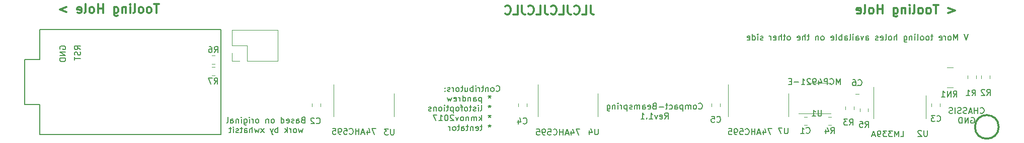
<source format=gbr>
G04 #@! TF.GenerationSoftware,KiCad,Pcbnew,5.1.6+dfsg1-1~bpo10+1*
G04 #@! TF.CreationDate,2020-08-19T09:24:11+03:00*
G04 #@! TF.ProjectId,CompactBeamspringP1,436f6d70-6163-4744-9265-616d73707269,0.0.3*
G04 #@! TF.SameCoordinates,PX66a9bd0PY78114e0*
G04 #@! TF.FileFunction,Legend,Bot*
G04 #@! TF.FilePolarity,Positive*
%FSLAX46Y46*%
G04 Gerber Fmt 4.6, Leading zero omitted, Abs format (unit mm)*
G04 Created by KiCad (PCBNEW 5.1.6+dfsg1-1~bpo10+1) date 2020-08-19 09:24:11*
%MOMM*%
%LPD*%
G01*
G04 APERTURE LIST*
%ADD10C,0.150000*%
%ADD11C,0.300000*%
%ADD12C,0.120000*%
G04 APERTURE END LIST*
D10*
X157242857Y17547620D02*
X156909523Y16547620D01*
X156576190Y17547620D01*
X155480952Y16547620D02*
X155480952Y17547620D01*
X155147619Y16833334D01*
X154814285Y17547620D01*
X154814285Y16547620D01*
X154195238Y16547620D02*
X154290476Y16595239D01*
X154338095Y16642858D01*
X154385714Y16738096D01*
X154385714Y17023810D01*
X154338095Y17119048D01*
X154290476Y17166667D01*
X154195238Y17214286D01*
X154052380Y17214286D01*
X153957142Y17166667D01*
X153909523Y17119048D01*
X153861904Y17023810D01*
X153861904Y16738096D01*
X153909523Y16642858D01*
X153957142Y16595239D01*
X154052380Y16547620D01*
X154195238Y16547620D01*
X153433333Y16547620D02*
X153433333Y17214286D01*
X153433333Y17023810D02*
X153385714Y17119048D01*
X153338095Y17166667D01*
X153242857Y17214286D01*
X153147619Y17214286D01*
X152433333Y16595239D02*
X152528571Y16547620D01*
X152719047Y16547620D01*
X152814285Y16595239D01*
X152861904Y16690477D01*
X152861904Y17071429D01*
X152814285Y17166667D01*
X152719047Y17214286D01*
X152528571Y17214286D01*
X152433333Y17166667D01*
X152385714Y17071429D01*
X152385714Y16976191D01*
X152861904Y16880953D01*
X151338095Y17214286D02*
X150957142Y17214286D01*
X151195238Y17547620D02*
X151195238Y16690477D01*
X151147619Y16595239D01*
X151052380Y16547620D01*
X150957142Y16547620D01*
X150480952Y16547620D02*
X150576190Y16595239D01*
X150623809Y16642858D01*
X150671428Y16738096D01*
X150671428Y17023810D01*
X150623809Y17119048D01*
X150576190Y17166667D01*
X150480952Y17214286D01*
X150338095Y17214286D01*
X150242857Y17166667D01*
X150195238Y17119048D01*
X150147619Y17023810D01*
X150147619Y16738096D01*
X150195238Y16642858D01*
X150242857Y16595239D01*
X150338095Y16547620D01*
X150480952Y16547620D01*
X149576190Y16547620D02*
X149671428Y16595239D01*
X149719047Y16642858D01*
X149766666Y16738096D01*
X149766666Y17023810D01*
X149719047Y17119048D01*
X149671428Y17166667D01*
X149576190Y17214286D01*
X149433333Y17214286D01*
X149338095Y17166667D01*
X149290476Y17119048D01*
X149242857Y17023810D01*
X149242857Y16738096D01*
X149290476Y16642858D01*
X149338095Y16595239D01*
X149433333Y16547620D01*
X149576190Y16547620D01*
X148671428Y16547620D02*
X148766666Y16595239D01*
X148814285Y16690477D01*
X148814285Y17547620D01*
X148290476Y16547620D02*
X148290476Y17214286D01*
X148290476Y17547620D02*
X148338095Y17500000D01*
X148290476Y17452381D01*
X148242857Y17500000D01*
X148290476Y17547620D01*
X148290476Y17452381D01*
X147814285Y17214286D02*
X147814285Y16547620D01*
X147814285Y17119048D02*
X147766666Y17166667D01*
X147671428Y17214286D01*
X147528571Y17214286D01*
X147433333Y17166667D01*
X147385714Y17071429D01*
X147385714Y16547620D01*
X146480952Y17214286D02*
X146480952Y16404762D01*
X146528571Y16309524D01*
X146576190Y16261905D01*
X146671428Y16214286D01*
X146814285Y16214286D01*
X146909523Y16261905D01*
X146480952Y16595239D02*
X146576190Y16547620D01*
X146766666Y16547620D01*
X146861904Y16595239D01*
X146909523Y16642858D01*
X146957142Y16738096D01*
X146957142Y17023810D01*
X146909523Y17119048D01*
X146861904Y17166667D01*
X146766666Y17214286D01*
X146576190Y17214286D01*
X146480952Y17166667D01*
X145242857Y16547620D02*
X145242857Y17547620D01*
X144814285Y16547620D02*
X144814285Y17071429D01*
X144861904Y17166667D01*
X144957142Y17214286D01*
X145100000Y17214286D01*
X145195238Y17166667D01*
X145242857Y17119048D01*
X144195238Y16547620D02*
X144290476Y16595239D01*
X144338095Y16642858D01*
X144385714Y16738096D01*
X144385714Y17023810D01*
X144338095Y17119048D01*
X144290476Y17166667D01*
X144195238Y17214286D01*
X144052380Y17214286D01*
X143957142Y17166667D01*
X143909523Y17119048D01*
X143861904Y17023810D01*
X143861904Y16738096D01*
X143909523Y16642858D01*
X143957142Y16595239D01*
X144052380Y16547620D01*
X144195238Y16547620D01*
X143290476Y16547620D02*
X143385714Y16595239D01*
X143433333Y16690477D01*
X143433333Y17547620D01*
X142528571Y16595239D02*
X142623809Y16547620D01*
X142814285Y16547620D01*
X142909523Y16595239D01*
X142957142Y16690477D01*
X142957142Y17071429D01*
X142909523Y17166667D01*
X142814285Y17214286D01*
X142623809Y17214286D01*
X142528571Y17166667D01*
X142480952Y17071429D01*
X142480952Y16976191D01*
X142957142Y16880953D01*
X142100000Y16595239D02*
X142004761Y16547620D01*
X141814285Y16547620D01*
X141719047Y16595239D01*
X141671428Y16690477D01*
X141671428Y16738096D01*
X141719047Y16833334D01*
X141814285Y16880953D01*
X141957142Y16880953D01*
X142052380Y16928572D01*
X142100000Y17023810D01*
X142100000Y17071429D01*
X142052380Y17166667D01*
X141957142Y17214286D01*
X141814285Y17214286D01*
X141719047Y17166667D01*
X140052380Y16547620D02*
X140052380Y17071429D01*
X140100000Y17166667D01*
X140195238Y17214286D01*
X140385714Y17214286D01*
X140480952Y17166667D01*
X140052380Y16595239D02*
X140147619Y16547620D01*
X140385714Y16547620D01*
X140480952Y16595239D01*
X140528571Y16690477D01*
X140528571Y16785715D01*
X140480952Y16880953D01*
X140385714Y16928572D01*
X140147619Y16928572D01*
X140052380Y16976191D01*
X139671428Y17214286D02*
X139433333Y16547620D01*
X139195238Y17214286D01*
X138385714Y16547620D02*
X138385714Y17071429D01*
X138433333Y17166667D01*
X138528571Y17214286D01*
X138719047Y17214286D01*
X138814285Y17166667D01*
X138385714Y16595239D02*
X138480952Y16547620D01*
X138719047Y16547620D01*
X138814285Y16595239D01*
X138861904Y16690477D01*
X138861904Y16785715D01*
X138814285Y16880953D01*
X138719047Y16928572D01*
X138480952Y16928572D01*
X138385714Y16976191D01*
X137909523Y16547620D02*
X137909523Y17214286D01*
X137909523Y17547620D02*
X137957142Y17500000D01*
X137909523Y17452381D01*
X137861904Y17500000D01*
X137909523Y17547620D01*
X137909523Y17452381D01*
X137290476Y16547620D02*
X137385714Y16595239D01*
X137433333Y16690477D01*
X137433333Y17547620D01*
X136480952Y16547620D02*
X136480952Y17071429D01*
X136528571Y17166667D01*
X136623809Y17214286D01*
X136814285Y17214286D01*
X136909523Y17166667D01*
X136480952Y16595239D02*
X136576190Y16547620D01*
X136814285Y16547620D01*
X136909523Y16595239D01*
X136957142Y16690477D01*
X136957142Y16785715D01*
X136909523Y16880953D01*
X136814285Y16928572D01*
X136576190Y16928572D01*
X136480952Y16976191D01*
X136004761Y16547620D02*
X136004761Y17547620D01*
X136004761Y17166667D02*
X135909523Y17214286D01*
X135719047Y17214286D01*
X135623809Y17166667D01*
X135576190Y17119048D01*
X135528571Y17023810D01*
X135528571Y16738096D01*
X135576190Y16642858D01*
X135623809Y16595239D01*
X135719047Y16547620D01*
X135909523Y16547620D01*
X136004761Y16595239D01*
X134957142Y16547620D02*
X135052380Y16595239D01*
X135100000Y16690477D01*
X135100000Y17547620D01*
X134195238Y16595239D02*
X134290476Y16547620D01*
X134480952Y16547620D01*
X134576190Y16595239D01*
X134623809Y16690477D01*
X134623809Y17071429D01*
X134576190Y17166667D01*
X134480952Y17214286D01*
X134290476Y17214286D01*
X134195238Y17166667D01*
X134147619Y17071429D01*
X134147619Y16976191D01*
X134623809Y16880953D01*
X132814285Y16547620D02*
X132909523Y16595239D01*
X132957142Y16642858D01*
X133004761Y16738096D01*
X133004761Y17023810D01*
X132957142Y17119048D01*
X132909523Y17166667D01*
X132814285Y17214286D01*
X132671428Y17214286D01*
X132576190Y17166667D01*
X132528571Y17119048D01*
X132480952Y17023810D01*
X132480952Y16738096D01*
X132528571Y16642858D01*
X132576190Y16595239D01*
X132671428Y16547620D01*
X132814285Y16547620D01*
X132052380Y17214286D02*
X132052380Y16547620D01*
X132052380Y17119048D02*
X132004761Y17166667D01*
X131909523Y17214286D01*
X131766666Y17214286D01*
X131671428Y17166667D01*
X131623809Y17071429D01*
X131623809Y16547620D01*
X130528571Y17214286D02*
X130147619Y17214286D01*
X130385714Y17547620D02*
X130385714Y16690477D01*
X130338095Y16595239D01*
X130242857Y16547620D01*
X130147619Y16547620D01*
X129814285Y16547620D02*
X129814285Y17547620D01*
X129385714Y16547620D02*
X129385714Y17071429D01*
X129433333Y17166667D01*
X129528571Y17214286D01*
X129671428Y17214286D01*
X129766666Y17166667D01*
X129814285Y17119048D01*
X128528571Y16595239D02*
X128623809Y16547620D01*
X128814285Y16547620D01*
X128909523Y16595239D01*
X128957142Y16690477D01*
X128957142Y17071429D01*
X128909523Y17166667D01*
X128814285Y17214286D01*
X128623809Y17214286D01*
X128528571Y17166667D01*
X128480952Y17071429D01*
X128480952Y16976191D01*
X128957142Y16880953D01*
X127147619Y16547620D02*
X127242857Y16595239D01*
X127290476Y16642858D01*
X127338095Y16738096D01*
X127338095Y17023810D01*
X127290476Y17119048D01*
X127242857Y17166667D01*
X127147619Y17214286D01*
X127004761Y17214286D01*
X126909523Y17166667D01*
X126861904Y17119048D01*
X126814285Y17023810D01*
X126814285Y16738096D01*
X126861904Y16642858D01*
X126909523Y16595239D01*
X127004761Y16547620D01*
X127147619Y16547620D01*
X126528571Y17214286D02*
X126147619Y17214286D01*
X126385714Y17547620D02*
X126385714Y16690477D01*
X126338095Y16595239D01*
X126242857Y16547620D01*
X126147619Y16547620D01*
X125814285Y16547620D02*
X125814285Y17547620D01*
X125385714Y16547620D02*
X125385714Y17071429D01*
X125433333Y17166667D01*
X125528571Y17214286D01*
X125671428Y17214286D01*
X125766666Y17166667D01*
X125814285Y17119048D01*
X124528571Y16595239D02*
X124623809Y16547620D01*
X124814285Y16547620D01*
X124909523Y16595239D01*
X124957142Y16690477D01*
X124957142Y17071429D01*
X124909523Y17166667D01*
X124814285Y17214286D01*
X124623809Y17214286D01*
X124528571Y17166667D01*
X124480952Y17071429D01*
X124480952Y16976191D01*
X124957142Y16880953D01*
X124052380Y16547620D02*
X124052380Y17214286D01*
X124052380Y17023810D02*
X124004761Y17119048D01*
X123957142Y17166667D01*
X123861904Y17214286D01*
X123766666Y17214286D01*
X122719047Y16595239D02*
X122623809Y16547620D01*
X122433333Y16547620D01*
X122338095Y16595239D01*
X122290476Y16690477D01*
X122290476Y16738096D01*
X122338095Y16833334D01*
X122433333Y16880953D01*
X122576190Y16880953D01*
X122671428Y16928572D01*
X122719047Y17023810D01*
X122719047Y17071429D01*
X122671428Y17166667D01*
X122576190Y17214286D01*
X122433333Y17214286D01*
X122338095Y17166667D01*
X121861904Y16547620D02*
X121861904Y17214286D01*
X121861904Y17547620D02*
X121909523Y17500000D01*
X121861904Y17452381D01*
X121814285Y17500000D01*
X121861904Y17547620D01*
X121861904Y17452381D01*
X120957142Y16547620D02*
X120957142Y17547620D01*
X120957142Y16595239D02*
X121052380Y16547620D01*
X121242857Y16547620D01*
X121338095Y16595239D01*
X121385714Y16642858D01*
X121433333Y16738096D01*
X121433333Y17023810D01*
X121385714Y17119048D01*
X121338095Y17166667D01*
X121242857Y17214286D01*
X121052380Y17214286D01*
X120957142Y17166667D01*
X120100000Y16595239D02*
X120195238Y16547620D01*
X120385714Y16547620D01*
X120480952Y16595239D01*
X120528571Y16690477D01*
X120528571Y17071429D01*
X120480952Y17166667D01*
X120385714Y17214286D01*
X120195238Y17214286D01*
X120100000Y17166667D01*
X120052380Y17071429D01*
X120052380Y16976191D01*
X120528571Y16880953D01*
D11*
X153907142Y22021429D02*
X155050000Y21592858D01*
X153907142Y21164286D01*
X152264285Y22521429D02*
X151407142Y22521429D01*
X151835714Y21021429D02*
X151835714Y22521429D01*
X150692857Y21021429D02*
X150835714Y21092858D01*
X150907142Y21164286D01*
X150978571Y21307143D01*
X150978571Y21735715D01*
X150907142Y21878572D01*
X150835714Y21950000D01*
X150692857Y22021429D01*
X150478571Y22021429D01*
X150335714Y21950000D01*
X150264285Y21878572D01*
X150192857Y21735715D01*
X150192857Y21307143D01*
X150264285Y21164286D01*
X150335714Y21092858D01*
X150478571Y21021429D01*
X150692857Y21021429D01*
X149335714Y21021429D02*
X149478571Y21092858D01*
X149550000Y21164286D01*
X149621428Y21307143D01*
X149621428Y21735715D01*
X149550000Y21878572D01*
X149478571Y21950000D01*
X149335714Y22021429D01*
X149121428Y22021429D01*
X148978571Y21950000D01*
X148907142Y21878572D01*
X148835714Y21735715D01*
X148835714Y21307143D01*
X148907142Y21164286D01*
X148978571Y21092858D01*
X149121428Y21021429D01*
X149335714Y21021429D01*
X147978571Y21021429D02*
X148121428Y21092858D01*
X148192857Y21235715D01*
X148192857Y22521429D01*
X147407142Y21021429D02*
X147407142Y22021429D01*
X147407142Y22521429D02*
X147478571Y22450000D01*
X147407142Y22378572D01*
X147335714Y22450000D01*
X147407142Y22521429D01*
X147407142Y22378572D01*
X146692857Y22021429D02*
X146692857Y21021429D01*
X146692857Y21878572D02*
X146621428Y21950000D01*
X146478571Y22021429D01*
X146264285Y22021429D01*
X146121428Y21950000D01*
X146050000Y21807143D01*
X146050000Y21021429D01*
X144692857Y22021429D02*
X144692857Y20807143D01*
X144764285Y20664286D01*
X144835714Y20592858D01*
X144978571Y20521429D01*
X145192857Y20521429D01*
X145335714Y20592858D01*
X144692857Y21092858D02*
X144835714Y21021429D01*
X145121428Y21021429D01*
X145264285Y21092858D01*
X145335714Y21164286D01*
X145407142Y21307143D01*
X145407142Y21735715D01*
X145335714Y21878572D01*
X145264285Y21950000D01*
X145121428Y22021429D01*
X144835714Y22021429D01*
X144692857Y21950000D01*
X142835714Y21021429D02*
X142835714Y22521429D01*
X142835714Y21807143D02*
X141978571Y21807143D01*
X141978571Y21021429D02*
X141978571Y22521429D01*
X141050000Y21021429D02*
X141192857Y21092858D01*
X141264285Y21164286D01*
X141335714Y21307143D01*
X141335714Y21735715D01*
X141264285Y21878572D01*
X141192857Y21950000D01*
X141050000Y22021429D01*
X140835714Y22021429D01*
X140692857Y21950000D01*
X140621428Y21878572D01*
X140550000Y21735715D01*
X140550000Y21307143D01*
X140621428Y21164286D01*
X140692857Y21092858D01*
X140835714Y21021429D01*
X141050000Y21021429D01*
X139692857Y21021429D02*
X139835714Y21092858D01*
X139907142Y21235715D01*
X139907142Y22521429D01*
X138550000Y21092858D02*
X138692857Y21021429D01*
X138978571Y21021429D01*
X139121428Y21092858D01*
X139192857Y21235715D01*
X139192857Y21807143D01*
X139121428Y21950000D01*
X138978571Y22021429D01*
X138692857Y22021429D01*
X138550000Y21950000D01*
X138478571Y21807143D01*
X138478571Y21664286D01*
X139192857Y21521429D01*
X93728571Y22421429D02*
X93728571Y21350000D01*
X93800000Y21135715D01*
X93942857Y20992858D01*
X94157142Y20921429D01*
X94300000Y20921429D01*
X92300000Y20921429D02*
X93014285Y20921429D01*
X93014285Y22421429D01*
X90942857Y21064286D02*
X91014285Y20992858D01*
X91228571Y20921429D01*
X91371428Y20921429D01*
X91585714Y20992858D01*
X91728571Y21135715D01*
X91800000Y21278572D01*
X91871428Y21564286D01*
X91871428Y21778572D01*
X91800000Y22064286D01*
X91728571Y22207143D01*
X91585714Y22350000D01*
X91371428Y22421429D01*
X91228571Y22421429D01*
X91014285Y22350000D01*
X90942857Y22278572D01*
X89871428Y22421429D02*
X89871428Y21350000D01*
X89942857Y21135715D01*
X90085714Y20992858D01*
X90300000Y20921429D01*
X90442857Y20921429D01*
X88442857Y20921429D02*
X89157142Y20921429D01*
X89157142Y22421429D01*
X87085714Y21064286D02*
X87157142Y20992858D01*
X87371428Y20921429D01*
X87514285Y20921429D01*
X87728571Y20992858D01*
X87871428Y21135715D01*
X87942857Y21278572D01*
X88014285Y21564286D01*
X88014285Y21778572D01*
X87942857Y22064286D01*
X87871428Y22207143D01*
X87728571Y22350000D01*
X87514285Y22421429D01*
X87371428Y22421429D01*
X87157142Y22350000D01*
X87085714Y22278572D01*
X86014285Y22421429D02*
X86014285Y21350000D01*
X86085714Y21135715D01*
X86228571Y20992858D01*
X86442857Y20921429D01*
X86585714Y20921429D01*
X84585714Y20921429D02*
X85300000Y20921429D01*
X85300000Y22421429D01*
X83228571Y21064286D02*
X83300000Y20992858D01*
X83514285Y20921429D01*
X83657142Y20921429D01*
X83871428Y20992858D01*
X84014285Y21135715D01*
X84085714Y21278572D01*
X84157142Y21564286D01*
X84157142Y21778572D01*
X84085714Y22064286D01*
X84014285Y22207143D01*
X83871428Y22350000D01*
X83657142Y22421429D01*
X83514285Y22421429D01*
X83300000Y22350000D01*
X83228571Y22278572D01*
X82157142Y22421429D02*
X82157142Y21350000D01*
X82228571Y21135715D01*
X82371428Y20992858D01*
X82585714Y20921429D01*
X82728571Y20921429D01*
X80728571Y20921429D02*
X81442857Y20921429D01*
X81442857Y22421429D01*
X79371428Y21064286D02*
X79442857Y20992858D01*
X79657142Y20921429D01*
X79800000Y20921429D01*
X80014285Y20992858D01*
X80157142Y21135715D01*
X80228571Y21278572D01*
X80300000Y21564286D01*
X80300000Y21778572D01*
X80228571Y22064286D01*
X80157142Y22207143D01*
X80014285Y22350000D01*
X79800000Y22421429D01*
X79657142Y22421429D01*
X79442857Y22350000D01*
X79371428Y22278572D01*
X21114285Y22621429D02*
X20257142Y22621429D01*
X20685714Y21121429D02*
X20685714Y22621429D01*
X19542857Y21121429D02*
X19685714Y21192858D01*
X19757142Y21264286D01*
X19828571Y21407143D01*
X19828571Y21835715D01*
X19757142Y21978572D01*
X19685714Y22050000D01*
X19542857Y22121429D01*
X19328571Y22121429D01*
X19185714Y22050000D01*
X19114285Y21978572D01*
X19042857Y21835715D01*
X19042857Y21407143D01*
X19114285Y21264286D01*
X19185714Y21192858D01*
X19328571Y21121429D01*
X19542857Y21121429D01*
X18185714Y21121429D02*
X18328571Y21192858D01*
X18400000Y21264286D01*
X18471428Y21407143D01*
X18471428Y21835715D01*
X18400000Y21978572D01*
X18328571Y22050000D01*
X18185714Y22121429D01*
X17971428Y22121429D01*
X17828571Y22050000D01*
X17757142Y21978572D01*
X17685714Y21835715D01*
X17685714Y21407143D01*
X17757142Y21264286D01*
X17828571Y21192858D01*
X17971428Y21121429D01*
X18185714Y21121429D01*
X16828571Y21121429D02*
X16971428Y21192858D01*
X17042857Y21335715D01*
X17042857Y22621429D01*
X16257142Y21121429D02*
X16257142Y22121429D01*
X16257142Y22621429D02*
X16328571Y22550000D01*
X16257142Y22478572D01*
X16185714Y22550000D01*
X16257142Y22621429D01*
X16257142Y22478572D01*
X15542857Y22121429D02*
X15542857Y21121429D01*
X15542857Y21978572D02*
X15471428Y22050000D01*
X15328571Y22121429D01*
X15114285Y22121429D01*
X14971428Y22050000D01*
X14900000Y21907143D01*
X14900000Y21121429D01*
X13542857Y22121429D02*
X13542857Y20907143D01*
X13614285Y20764286D01*
X13685714Y20692858D01*
X13828571Y20621429D01*
X14042857Y20621429D01*
X14185714Y20692858D01*
X13542857Y21192858D02*
X13685714Y21121429D01*
X13971428Y21121429D01*
X14114285Y21192858D01*
X14185714Y21264286D01*
X14257142Y21407143D01*
X14257142Y21835715D01*
X14185714Y21978572D01*
X14114285Y22050000D01*
X13971428Y22121429D01*
X13685714Y22121429D01*
X13542857Y22050000D01*
X11685714Y21121429D02*
X11685714Y22621429D01*
X11685714Y21907143D02*
X10828571Y21907143D01*
X10828571Y21121429D02*
X10828571Y22621429D01*
X9900000Y21121429D02*
X10042857Y21192858D01*
X10114285Y21264286D01*
X10185714Y21407143D01*
X10185714Y21835715D01*
X10114285Y21978572D01*
X10042857Y22050000D01*
X9900000Y22121429D01*
X9685714Y22121429D01*
X9542857Y22050000D01*
X9471428Y21978572D01*
X9400000Y21835715D01*
X9400000Y21407143D01*
X9471428Y21264286D01*
X9542857Y21192858D01*
X9685714Y21121429D01*
X9900000Y21121429D01*
X8542857Y21121429D02*
X8685714Y21192858D01*
X8757142Y21335715D01*
X8757142Y22621429D01*
X7400000Y21192858D02*
X7542857Y21121429D01*
X7828571Y21121429D01*
X7971428Y21192858D01*
X8042857Y21335715D01*
X8042857Y21907143D01*
X7971428Y22050000D01*
X7828571Y22121429D01*
X7542857Y22121429D01*
X7400000Y22050000D01*
X7328571Y21907143D01*
X7328571Y21764286D01*
X8042857Y21621429D01*
X5542857Y22121429D02*
X4400000Y21692858D01*
X5542857Y21264286D01*
D10*
X45340476Y3046429D02*
X45197619Y2998810D01*
X45150000Y2951191D01*
X45102380Y2855953D01*
X45102380Y2713096D01*
X45150000Y2617858D01*
X45197619Y2570239D01*
X45292857Y2522620D01*
X45673809Y2522620D01*
X45673809Y3522620D01*
X45340476Y3522620D01*
X45245238Y3475000D01*
X45197619Y3427381D01*
X45150000Y3332143D01*
X45150000Y3236905D01*
X45197619Y3141667D01*
X45245238Y3094048D01*
X45340476Y3046429D01*
X45673809Y3046429D01*
X44245238Y2522620D02*
X44245238Y3046429D01*
X44292857Y3141667D01*
X44388095Y3189286D01*
X44578571Y3189286D01*
X44673809Y3141667D01*
X44245238Y2570239D02*
X44340476Y2522620D01*
X44578571Y2522620D01*
X44673809Y2570239D01*
X44721428Y2665477D01*
X44721428Y2760715D01*
X44673809Y2855953D01*
X44578571Y2903572D01*
X44340476Y2903572D01*
X44245238Y2951191D01*
X43816666Y2570239D02*
X43721428Y2522620D01*
X43530952Y2522620D01*
X43435714Y2570239D01*
X43388095Y2665477D01*
X43388095Y2713096D01*
X43435714Y2808334D01*
X43530952Y2855953D01*
X43673809Y2855953D01*
X43769047Y2903572D01*
X43816666Y2998810D01*
X43816666Y3046429D01*
X43769047Y3141667D01*
X43673809Y3189286D01*
X43530952Y3189286D01*
X43435714Y3141667D01*
X42578571Y2570239D02*
X42673809Y2522620D01*
X42864285Y2522620D01*
X42959523Y2570239D01*
X43007142Y2665477D01*
X43007142Y3046429D01*
X42959523Y3141667D01*
X42864285Y3189286D01*
X42673809Y3189286D01*
X42578571Y3141667D01*
X42530952Y3046429D01*
X42530952Y2951191D01*
X43007142Y2855953D01*
X41673809Y2522620D02*
X41673809Y3522620D01*
X41673809Y2570239D02*
X41769047Y2522620D01*
X41959523Y2522620D01*
X42054761Y2570239D01*
X42102380Y2617858D01*
X42150000Y2713096D01*
X42150000Y2998810D01*
X42102380Y3094048D01*
X42054761Y3141667D01*
X41959523Y3189286D01*
X41769047Y3189286D01*
X41673809Y3141667D01*
X40292857Y2522620D02*
X40388095Y2570239D01*
X40435714Y2617858D01*
X40483333Y2713096D01*
X40483333Y2998810D01*
X40435714Y3094048D01*
X40388095Y3141667D01*
X40292857Y3189286D01*
X40150000Y3189286D01*
X40054761Y3141667D01*
X40007142Y3094048D01*
X39959523Y2998810D01*
X39959523Y2713096D01*
X40007142Y2617858D01*
X40054761Y2570239D01*
X40150000Y2522620D01*
X40292857Y2522620D01*
X39530952Y3189286D02*
X39530952Y2522620D01*
X39530952Y3094048D02*
X39483333Y3141667D01*
X39388095Y3189286D01*
X39245238Y3189286D01*
X39150000Y3141667D01*
X39102380Y3046429D01*
X39102380Y2522620D01*
X37721428Y2522620D02*
X37816666Y2570239D01*
X37864285Y2617858D01*
X37911904Y2713096D01*
X37911904Y2998810D01*
X37864285Y3094048D01*
X37816666Y3141667D01*
X37721428Y3189286D01*
X37578571Y3189286D01*
X37483333Y3141667D01*
X37435714Y3094048D01*
X37388095Y2998810D01*
X37388095Y2713096D01*
X37435714Y2617858D01*
X37483333Y2570239D01*
X37578571Y2522620D01*
X37721428Y2522620D01*
X36959523Y2522620D02*
X36959523Y3189286D01*
X36959523Y2998810D02*
X36911904Y3094048D01*
X36864285Y3141667D01*
X36769047Y3189286D01*
X36673809Y3189286D01*
X36340476Y2522620D02*
X36340476Y3189286D01*
X36340476Y3522620D02*
X36388095Y3475000D01*
X36340476Y3427381D01*
X36292857Y3475000D01*
X36340476Y3522620D01*
X36340476Y3427381D01*
X35435714Y3189286D02*
X35435714Y2379762D01*
X35483333Y2284524D01*
X35530952Y2236905D01*
X35626190Y2189286D01*
X35769047Y2189286D01*
X35864285Y2236905D01*
X35435714Y2570239D02*
X35530952Y2522620D01*
X35721428Y2522620D01*
X35816666Y2570239D01*
X35864285Y2617858D01*
X35911904Y2713096D01*
X35911904Y2998810D01*
X35864285Y3094048D01*
X35816666Y3141667D01*
X35721428Y3189286D01*
X35530952Y3189286D01*
X35435714Y3141667D01*
X34959523Y2522620D02*
X34959523Y3189286D01*
X34959523Y3522620D02*
X35007142Y3475000D01*
X34959523Y3427381D01*
X34911904Y3475000D01*
X34959523Y3522620D01*
X34959523Y3427381D01*
X34483333Y3189286D02*
X34483333Y2522620D01*
X34483333Y3094048D02*
X34435714Y3141667D01*
X34340476Y3189286D01*
X34197619Y3189286D01*
X34102380Y3141667D01*
X34054761Y3046429D01*
X34054761Y2522620D01*
X33150000Y2522620D02*
X33150000Y3046429D01*
X33197619Y3141667D01*
X33292857Y3189286D01*
X33483333Y3189286D01*
X33578571Y3141667D01*
X33150000Y2570239D02*
X33245238Y2522620D01*
X33483333Y2522620D01*
X33578571Y2570239D01*
X33626190Y2665477D01*
X33626190Y2760715D01*
X33578571Y2855953D01*
X33483333Y2903572D01*
X33245238Y2903572D01*
X33150000Y2951191D01*
X32530952Y2522620D02*
X32626190Y2570239D01*
X32673809Y2665477D01*
X32673809Y3522620D01*
X45340476Y1539286D02*
X45150000Y872620D01*
X44959523Y1348810D01*
X44769047Y872620D01*
X44578571Y1539286D01*
X44054761Y872620D02*
X44150000Y920239D01*
X44197619Y967858D01*
X44245238Y1063096D01*
X44245238Y1348810D01*
X44197619Y1444048D01*
X44150000Y1491667D01*
X44054761Y1539286D01*
X43911904Y1539286D01*
X43816666Y1491667D01*
X43769047Y1444048D01*
X43721428Y1348810D01*
X43721428Y1063096D01*
X43769047Y967858D01*
X43816666Y920239D01*
X43911904Y872620D01*
X44054761Y872620D01*
X43292857Y872620D02*
X43292857Y1539286D01*
X43292857Y1348810D02*
X43245238Y1444048D01*
X43197619Y1491667D01*
X43102380Y1539286D01*
X43007142Y1539286D01*
X42673809Y872620D02*
X42673809Y1872620D01*
X42578571Y1253572D02*
X42292857Y872620D01*
X42292857Y1539286D02*
X42673809Y1158334D01*
X41102380Y872620D02*
X41102380Y1872620D01*
X41102380Y1491667D02*
X41007142Y1539286D01*
X40816666Y1539286D01*
X40721428Y1491667D01*
X40673809Y1444048D01*
X40626190Y1348810D01*
X40626190Y1063096D01*
X40673809Y967858D01*
X40721428Y920239D01*
X40816666Y872620D01*
X41007142Y872620D01*
X41102380Y920239D01*
X40292857Y1539286D02*
X40054761Y872620D01*
X39816666Y1539286D02*
X40054761Y872620D01*
X40150000Y634524D01*
X40197619Y586905D01*
X40292857Y539286D01*
X38769047Y872620D02*
X38245238Y1539286D01*
X38769047Y1539286D02*
X38245238Y872620D01*
X37959523Y1539286D02*
X37769047Y872620D01*
X37578571Y1348810D01*
X37388095Y872620D01*
X37197619Y1539286D01*
X36816666Y872620D02*
X36816666Y1872620D01*
X36388095Y872620D02*
X36388095Y1396429D01*
X36435714Y1491667D01*
X36530952Y1539286D01*
X36673809Y1539286D01*
X36769047Y1491667D01*
X36816666Y1444048D01*
X35483333Y872620D02*
X35483333Y1396429D01*
X35530952Y1491667D01*
X35626190Y1539286D01*
X35816666Y1539286D01*
X35911904Y1491667D01*
X35483333Y920239D02*
X35578571Y872620D01*
X35816666Y872620D01*
X35911904Y920239D01*
X35959523Y1015477D01*
X35959523Y1110715D01*
X35911904Y1205953D01*
X35816666Y1253572D01*
X35578571Y1253572D01*
X35483333Y1301191D01*
X35150000Y1539286D02*
X34769047Y1539286D01*
X35007142Y1872620D02*
X35007142Y1015477D01*
X34959523Y920239D01*
X34864285Y872620D01*
X34769047Y872620D01*
X34483333Y920239D02*
X34388095Y872620D01*
X34197619Y872620D01*
X34102380Y920239D01*
X34054761Y1015477D01*
X34054761Y1063096D01*
X34102380Y1158334D01*
X34197619Y1205953D01*
X34340476Y1205953D01*
X34435714Y1253572D01*
X34483333Y1348810D01*
X34483333Y1396429D01*
X34435714Y1491667D01*
X34340476Y1539286D01*
X34197619Y1539286D01*
X34102380Y1491667D01*
X33626190Y872620D02*
X33626190Y1539286D01*
X33626190Y1872620D02*
X33673809Y1825000D01*
X33626190Y1777381D01*
X33578571Y1825000D01*
X33626190Y1872620D01*
X33626190Y1777381D01*
X33292857Y1539286D02*
X32911904Y1539286D01*
X33150000Y1872620D02*
X33150000Y1015477D01*
X33102380Y920239D01*
X33007142Y872620D01*
X32911904Y872620D01*
X4450000Y15011905D02*
X4402380Y15107143D01*
X4402380Y15250000D01*
X4450000Y15392858D01*
X4545238Y15488096D01*
X4640476Y15535715D01*
X4830952Y15583334D01*
X4973809Y15583334D01*
X5164285Y15535715D01*
X5259523Y15488096D01*
X5354761Y15392858D01*
X5402380Y15250000D01*
X5402380Y15154762D01*
X5354761Y15011905D01*
X5307142Y14964286D01*
X4973809Y14964286D01*
X4973809Y15154762D01*
X5402380Y14535715D02*
X4402380Y14535715D01*
X5402380Y13964286D01*
X4402380Y13964286D01*
X5402380Y13488096D02*
X4402380Y13488096D01*
X4402380Y13250000D01*
X4450000Y13107143D01*
X4545238Y13011905D01*
X4640476Y12964286D01*
X4830952Y12916667D01*
X4973809Y12916667D01*
X5164285Y12964286D01*
X5259523Y13011905D01*
X5354761Y13107143D01*
X5402380Y13250000D01*
X5402380Y13488096D01*
X7902380Y14947620D02*
X7426190Y15280953D01*
X7902380Y15519048D02*
X6902380Y15519048D01*
X6902380Y15138096D01*
X6950000Y15042858D01*
X6997619Y14995239D01*
X7092857Y14947620D01*
X7235714Y14947620D01*
X7330952Y14995239D01*
X7378571Y15042858D01*
X7426190Y15138096D01*
X7426190Y15519048D01*
X7854761Y14566667D02*
X7902380Y14423810D01*
X7902380Y14185715D01*
X7854761Y14090477D01*
X7807142Y14042858D01*
X7711904Y13995239D01*
X7616666Y13995239D01*
X7521428Y14042858D01*
X7473809Y14090477D01*
X7426190Y14185715D01*
X7378571Y14376191D01*
X7330952Y14471429D01*
X7283333Y14519048D01*
X7188095Y14566667D01*
X7092857Y14566667D01*
X6997619Y14519048D01*
X6950000Y14471429D01*
X6902380Y14376191D01*
X6902380Y14138096D01*
X6950000Y13995239D01*
X6902380Y13709524D02*
X6902380Y13138096D01*
X7902380Y13423810D02*
X6902380Y13423810D01*
X111904761Y4967858D02*
X111952380Y4920239D01*
X112095238Y4872620D01*
X112190476Y4872620D01*
X112333333Y4920239D01*
X112428571Y5015477D01*
X112476190Y5110715D01*
X112523809Y5301191D01*
X112523809Y5444048D01*
X112476190Y5634524D01*
X112428571Y5729762D01*
X112333333Y5825000D01*
X112190476Y5872620D01*
X112095238Y5872620D01*
X111952380Y5825000D01*
X111904761Y5777381D01*
X111333333Y4872620D02*
X111428571Y4920239D01*
X111476190Y4967858D01*
X111523809Y5063096D01*
X111523809Y5348810D01*
X111476190Y5444048D01*
X111428571Y5491667D01*
X111333333Y5539286D01*
X111190476Y5539286D01*
X111095238Y5491667D01*
X111047619Y5444048D01*
X111000000Y5348810D01*
X111000000Y5063096D01*
X111047619Y4967858D01*
X111095238Y4920239D01*
X111190476Y4872620D01*
X111333333Y4872620D01*
X110571428Y4872620D02*
X110571428Y5539286D01*
X110571428Y5444048D02*
X110523809Y5491667D01*
X110428571Y5539286D01*
X110285714Y5539286D01*
X110190476Y5491667D01*
X110142857Y5396429D01*
X110142857Y4872620D01*
X110142857Y5396429D02*
X110095238Y5491667D01*
X110000000Y5539286D01*
X109857142Y5539286D01*
X109761904Y5491667D01*
X109714285Y5396429D01*
X109714285Y4872620D01*
X109238095Y5539286D02*
X109238095Y4539286D01*
X109238095Y5491667D02*
X109142857Y5539286D01*
X108952380Y5539286D01*
X108857142Y5491667D01*
X108809523Y5444048D01*
X108761904Y5348810D01*
X108761904Y5063096D01*
X108809523Y4967858D01*
X108857142Y4920239D01*
X108952380Y4872620D01*
X109142857Y4872620D01*
X109238095Y4920239D01*
X107904761Y4872620D02*
X107904761Y5396429D01*
X107952380Y5491667D01*
X108047619Y5539286D01*
X108238095Y5539286D01*
X108333333Y5491667D01*
X107904761Y4920239D02*
X108000000Y4872620D01*
X108238095Y4872620D01*
X108333333Y4920239D01*
X108380952Y5015477D01*
X108380952Y5110715D01*
X108333333Y5205953D01*
X108238095Y5253572D01*
X108000000Y5253572D01*
X107904761Y5301191D01*
X107000000Y4920239D02*
X107095238Y4872620D01*
X107285714Y4872620D01*
X107380952Y4920239D01*
X107428571Y4967858D01*
X107476190Y5063096D01*
X107476190Y5348810D01*
X107428571Y5444048D01*
X107380952Y5491667D01*
X107285714Y5539286D01*
X107095238Y5539286D01*
X107000000Y5491667D01*
X106714285Y5539286D02*
X106333333Y5539286D01*
X106571428Y5872620D02*
X106571428Y5015477D01*
X106523809Y4920239D01*
X106428571Y4872620D01*
X106333333Y4872620D01*
X106000000Y5253572D02*
X105238095Y5253572D01*
X104428571Y5396429D02*
X104285714Y5348810D01*
X104238095Y5301191D01*
X104190476Y5205953D01*
X104190476Y5063096D01*
X104238095Y4967858D01*
X104285714Y4920239D01*
X104380952Y4872620D01*
X104761904Y4872620D01*
X104761904Y5872620D01*
X104428571Y5872620D01*
X104333333Y5825000D01*
X104285714Y5777381D01*
X104238095Y5682143D01*
X104238095Y5586905D01*
X104285714Y5491667D01*
X104333333Y5444048D01*
X104428571Y5396429D01*
X104761904Y5396429D01*
X103380952Y4920239D02*
X103476190Y4872620D01*
X103666666Y4872620D01*
X103761904Y4920239D01*
X103809523Y5015477D01*
X103809523Y5396429D01*
X103761904Y5491667D01*
X103666666Y5539286D01*
X103476190Y5539286D01*
X103380952Y5491667D01*
X103333333Y5396429D01*
X103333333Y5301191D01*
X103809523Y5205953D01*
X102476190Y4872620D02*
X102476190Y5396429D01*
X102523809Y5491667D01*
X102619047Y5539286D01*
X102809523Y5539286D01*
X102904761Y5491667D01*
X102476190Y4920239D02*
X102571428Y4872620D01*
X102809523Y4872620D01*
X102904761Y4920239D01*
X102952380Y5015477D01*
X102952380Y5110715D01*
X102904761Y5205953D01*
X102809523Y5253572D01*
X102571428Y5253572D01*
X102476190Y5301191D01*
X102000000Y4872620D02*
X102000000Y5539286D01*
X102000000Y5444048D02*
X101952380Y5491667D01*
X101857142Y5539286D01*
X101714285Y5539286D01*
X101619047Y5491667D01*
X101571428Y5396429D01*
X101571428Y4872620D01*
X101571428Y5396429D02*
X101523809Y5491667D01*
X101428571Y5539286D01*
X101285714Y5539286D01*
X101190476Y5491667D01*
X101142857Y5396429D01*
X101142857Y4872620D01*
X100714285Y4920239D02*
X100619047Y4872620D01*
X100428571Y4872620D01*
X100333333Y4920239D01*
X100285714Y5015477D01*
X100285714Y5063096D01*
X100333333Y5158334D01*
X100428571Y5205953D01*
X100571428Y5205953D01*
X100666666Y5253572D01*
X100714285Y5348810D01*
X100714285Y5396429D01*
X100666666Y5491667D01*
X100571428Y5539286D01*
X100428571Y5539286D01*
X100333333Y5491667D01*
X99857142Y5539286D02*
X99857142Y4539286D01*
X99857142Y5491667D02*
X99761904Y5539286D01*
X99571428Y5539286D01*
X99476190Y5491667D01*
X99428571Y5444048D01*
X99380952Y5348810D01*
X99380952Y5063096D01*
X99428571Y4967858D01*
X99476190Y4920239D01*
X99571428Y4872620D01*
X99761904Y4872620D01*
X99857142Y4920239D01*
X98952380Y4872620D02*
X98952380Y5539286D01*
X98952380Y5348810D02*
X98904761Y5444048D01*
X98857142Y5491667D01*
X98761904Y5539286D01*
X98666666Y5539286D01*
X98333333Y4872620D02*
X98333333Y5539286D01*
X98333333Y5872620D02*
X98380952Y5825000D01*
X98333333Y5777381D01*
X98285714Y5825000D01*
X98333333Y5872620D01*
X98333333Y5777381D01*
X97857142Y5539286D02*
X97857142Y4872620D01*
X97857142Y5444048D02*
X97809523Y5491667D01*
X97714285Y5539286D01*
X97571428Y5539286D01*
X97476190Y5491667D01*
X97428571Y5396429D01*
X97428571Y4872620D01*
X96523809Y5539286D02*
X96523809Y4729762D01*
X96571428Y4634524D01*
X96619047Y4586905D01*
X96714285Y4539286D01*
X96857142Y4539286D01*
X96952380Y4586905D01*
X96523809Y4920239D02*
X96619047Y4872620D01*
X96809523Y4872620D01*
X96904761Y4920239D01*
X96952380Y4967858D01*
X97000000Y5063096D01*
X97000000Y5348810D01*
X96952380Y5444048D01*
X96904761Y5491667D01*
X96809523Y5539286D01*
X96619047Y5539286D01*
X96523809Y5491667D01*
X106190476Y3222620D02*
X106523809Y3698810D01*
X106761904Y3222620D02*
X106761904Y4222620D01*
X106380952Y4222620D01*
X106285714Y4175000D01*
X106238095Y4127381D01*
X106190476Y4032143D01*
X106190476Y3889286D01*
X106238095Y3794048D01*
X106285714Y3746429D01*
X106380952Y3698810D01*
X106761904Y3698810D01*
X105380952Y3270239D02*
X105476190Y3222620D01*
X105666666Y3222620D01*
X105761904Y3270239D01*
X105809523Y3365477D01*
X105809523Y3746429D01*
X105761904Y3841667D01*
X105666666Y3889286D01*
X105476190Y3889286D01*
X105380952Y3841667D01*
X105333333Y3746429D01*
X105333333Y3651191D01*
X105809523Y3555953D01*
X105000000Y3889286D02*
X104761904Y3222620D01*
X104523809Y3889286D01*
X103619047Y3222620D02*
X104190476Y3222620D01*
X103904761Y3222620D02*
X103904761Y4222620D01*
X104000000Y4079762D01*
X104095238Y3984524D01*
X104190476Y3936905D01*
X103190476Y3317858D02*
X103142857Y3270239D01*
X103190476Y3222620D01*
X103238095Y3270239D01*
X103190476Y3317858D01*
X103190476Y3222620D01*
X102190476Y3222620D02*
X102761904Y3222620D01*
X102476190Y3222620D02*
X102476190Y4222620D01*
X102571428Y4079762D01*
X102666666Y3984524D01*
X102761904Y3936905D01*
X77842976Y7942858D02*
X77890595Y7895239D01*
X78033452Y7847620D01*
X78128690Y7847620D01*
X78271547Y7895239D01*
X78366785Y7990477D01*
X78414404Y8085715D01*
X78462023Y8276191D01*
X78462023Y8419048D01*
X78414404Y8609524D01*
X78366785Y8704762D01*
X78271547Y8800000D01*
X78128690Y8847620D01*
X78033452Y8847620D01*
X77890595Y8800000D01*
X77842976Y8752381D01*
X77271547Y7847620D02*
X77366785Y7895239D01*
X77414404Y7942858D01*
X77462023Y8038096D01*
X77462023Y8323810D01*
X77414404Y8419048D01*
X77366785Y8466667D01*
X77271547Y8514286D01*
X77128690Y8514286D01*
X77033452Y8466667D01*
X76985833Y8419048D01*
X76938214Y8323810D01*
X76938214Y8038096D01*
X76985833Y7942858D01*
X77033452Y7895239D01*
X77128690Y7847620D01*
X77271547Y7847620D01*
X76509642Y8514286D02*
X76509642Y7847620D01*
X76509642Y8419048D02*
X76462023Y8466667D01*
X76366785Y8514286D01*
X76223928Y8514286D01*
X76128690Y8466667D01*
X76081071Y8371429D01*
X76081071Y7847620D01*
X75747738Y8514286D02*
X75366785Y8514286D01*
X75604880Y8847620D02*
X75604880Y7990477D01*
X75557261Y7895239D01*
X75462023Y7847620D01*
X75366785Y7847620D01*
X75033452Y7847620D02*
X75033452Y8514286D01*
X75033452Y8323810D02*
X74985833Y8419048D01*
X74938214Y8466667D01*
X74842976Y8514286D01*
X74747738Y8514286D01*
X74414404Y7847620D02*
X74414404Y8514286D01*
X74414404Y8847620D02*
X74462023Y8800000D01*
X74414404Y8752381D01*
X74366785Y8800000D01*
X74414404Y8847620D01*
X74414404Y8752381D01*
X73938214Y7847620D02*
X73938214Y8847620D01*
X73938214Y8466667D02*
X73842976Y8514286D01*
X73652500Y8514286D01*
X73557261Y8466667D01*
X73509642Y8419048D01*
X73462023Y8323810D01*
X73462023Y8038096D01*
X73509642Y7942858D01*
X73557261Y7895239D01*
X73652500Y7847620D01*
X73842976Y7847620D01*
X73938214Y7895239D01*
X72604880Y8514286D02*
X72604880Y7847620D01*
X73033452Y8514286D02*
X73033452Y7990477D01*
X72985833Y7895239D01*
X72890595Y7847620D01*
X72747738Y7847620D01*
X72652500Y7895239D01*
X72604880Y7942858D01*
X72271547Y8514286D02*
X71890595Y8514286D01*
X72128690Y8847620D02*
X72128690Y7990477D01*
X72081071Y7895239D01*
X71985833Y7847620D01*
X71890595Y7847620D01*
X71414404Y7847620D02*
X71509642Y7895239D01*
X71557261Y7942858D01*
X71604880Y8038096D01*
X71604880Y8323810D01*
X71557261Y8419048D01*
X71509642Y8466667D01*
X71414404Y8514286D01*
X71271547Y8514286D01*
X71176309Y8466667D01*
X71128690Y8419048D01*
X71081071Y8323810D01*
X71081071Y8038096D01*
X71128690Y7942858D01*
X71176309Y7895239D01*
X71271547Y7847620D01*
X71414404Y7847620D01*
X70652500Y7847620D02*
X70652500Y8514286D01*
X70652500Y8323810D02*
X70604880Y8419048D01*
X70557261Y8466667D01*
X70462023Y8514286D01*
X70366785Y8514286D01*
X70081071Y7895239D02*
X69985833Y7847620D01*
X69795357Y7847620D01*
X69700119Y7895239D01*
X69652500Y7990477D01*
X69652500Y8038096D01*
X69700119Y8133334D01*
X69795357Y8180953D01*
X69938214Y8180953D01*
X70033452Y8228572D01*
X70081071Y8323810D01*
X70081071Y8371429D01*
X70033452Y8466667D01*
X69938214Y8514286D01*
X69795357Y8514286D01*
X69700119Y8466667D01*
X69223928Y7942858D02*
X69176309Y7895239D01*
X69223928Y7847620D01*
X69271547Y7895239D01*
X69223928Y7942858D01*
X69223928Y7847620D01*
X69223928Y8466667D02*
X69176309Y8419048D01*
X69223928Y8371429D01*
X69271547Y8419048D01*
X69223928Y8466667D01*
X69223928Y8371429D01*
X76747738Y7197620D02*
X76747738Y6959524D01*
X76985833Y7054762D02*
X76747738Y6959524D01*
X76509642Y7054762D01*
X76890595Y6769048D02*
X76747738Y6959524D01*
X76604880Y6769048D01*
X75366785Y6864286D02*
X75366785Y5864286D01*
X75366785Y6816667D02*
X75271547Y6864286D01*
X75081071Y6864286D01*
X74985833Y6816667D01*
X74938214Y6769048D01*
X74890595Y6673810D01*
X74890595Y6388096D01*
X74938214Y6292858D01*
X74985833Y6245239D01*
X75081071Y6197620D01*
X75271547Y6197620D01*
X75366785Y6245239D01*
X74033452Y6197620D02*
X74033452Y6721429D01*
X74081071Y6816667D01*
X74176309Y6864286D01*
X74366785Y6864286D01*
X74462023Y6816667D01*
X74033452Y6245239D02*
X74128690Y6197620D01*
X74366785Y6197620D01*
X74462023Y6245239D01*
X74509642Y6340477D01*
X74509642Y6435715D01*
X74462023Y6530953D01*
X74366785Y6578572D01*
X74128690Y6578572D01*
X74033452Y6626191D01*
X73557261Y6864286D02*
X73557261Y6197620D01*
X73557261Y6769048D02*
X73509642Y6816667D01*
X73414404Y6864286D01*
X73271547Y6864286D01*
X73176309Y6816667D01*
X73128690Y6721429D01*
X73128690Y6197620D01*
X72223928Y6197620D02*
X72223928Y7197620D01*
X72223928Y6245239D02*
X72319166Y6197620D01*
X72509642Y6197620D01*
X72604880Y6245239D01*
X72652500Y6292858D01*
X72700119Y6388096D01*
X72700119Y6673810D01*
X72652500Y6769048D01*
X72604880Y6816667D01*
X72509642Y6864286D01*
X72319166Y6864286D01*
X72223928Y6816667D01*
X71747738Y6197620D02*
X71747738Y6864286D01*
X71747738Y6673810D02*
X71700119Y6769048D01*
X71652500Y6816667D01*
X71557261Y6864286D01*
X71462023Y6864286D01*
X70747738Y6245239D02*
X70842976Y6197620D01*
X71033452Y6197620D01*
X71128690Y6245239D01*
X71176309Y6340477D01*
X71176309Y6721429D01*
X71128690Y6816667D01*
X71033452Y6864286D01*
X70842976Y6864286D01*
X70747738Y6816667D01*
X70700119Y6721429D01*
X70700119Y6626191D01*
X71176309Y6530953D01*
X70366785Y6864286D02*
X70176309Y6197620D01*
X69985833Y6673810D01*
X69795357Y6197620D01*
X69604880Y6864286D01*
X76747738Y5547620D02*
X76747738Y5309524D01*
X76985833Y5404762D02*
X76747738Y5309524D01*
X76509642Y5404762D01*
X76890595Y5119048D02*
X76747738Y5309524D01*
X76604880Y5119048D01*
X75223928Y4547620D02*
X75319166Y4595239D01*
X75366785Y4690477D01*
X75366785Y5547620D01*
X74842976Y4547620D02*
X74842976Y5214286D01*
X74842976Y5547620D02*
X74890595Y5500000D01*
X74842976Y5452381D01*
X74795357Y5500000D01*
X74842976Y5547620D01*
X74842976Y5452381D01*
X74414404Y4595239D02*
X74319166Y4547620D01*
X74128690Y4547620D01*
X74033452Y4595239D01*
X73985833Y4690477D01*
X73985833Y4738096D01*
X74033452Y4833334D01*
X74128690Y4880953D01*
X74271547Y4880953D01*
X74366785Y4928572D01*
X74414404Y5023810D01*
X74414404Y5071429D01*
X74366785Y5166667D01*
X74271547Y5214286D01*
X74128690Y5214286D01*
X74033452Y5166667D01*
X73700119Y5214286D02*
X73319166Y5214286D01*
X73557261Y5547620D02*
X73557261Y4690477D01*
X73509642Y4595239D01*
X73414404Y4547620D01*
X73319166Y4547620D01*
X72842976Y4547620D02*
X72938214Y4595239D01*
X72985833Y4642858D01*
X73033452Y4738096D01*
X73033452Y5023810D01*
X72985833Y5119048D01*
X72938214Y5166667D01*
X72842976Y5214286D01*
X72700119Y5214286D01*
X72604880Y5166667D01*
X72557261Y5119048D01*
X72509642Y5023810D01*
X72509642Y4738096D01*
X72557261Y4642858D01*
X72604880Y4595239D01*
X72700119Y4547620D01*
X72842976Y4547620D01*
X72223928Y5214286D02*
X71842976Y5214286D01*
X72081071Y4547620D02*
X72081071Y5404762D01*
X72033452Y5500000D01*
X71938214Y5547620D01*
X71842976Y5547620D01*
X71366785Y4547620D02*
X71462023Y4595239D01*
X71509642Y4642858D01*
X71557261Y4738096D01*
X71557261Y5023810D01*
X71509642Y5119048D01*
X71462023Y5166667D01*
X71366785Y5214286D01*
X71223928Y5214286D01*
X71128690Y5166667D01*
X71081071Y5119048D01*
X71033452Y5023810D01*
X71033452Y4738096D01*
X71081071Y4642858D01*
X71128690Y4595239D01*
X71223928Y4547620D01*
X71366785Y4547620D01*
X70604880Y5214286D02*
X70604880Y4214286D01*
X70604880Y5166667D02*
X70509642Y5214286D01*
X70319166Y5214286D01*
X70223928Y5166667D01*
X70176309Y5119048D01*
X70128690Y5023810D01*
X70128690Y4738096D01*
X70176309Y4642858D01*
X70223928Y4595239D01*
X70319166Y4547620D01*
X70509642Y4547620D01*
X70604880Y4595239D01*
X69842976Y5214286D02*
X69462023Y5214286D01*
X69700119Y5547620D02*
X69700119Y4690477D01*
X69652500Y4595239D01*
X69557261Y4547620D01*
X69462023Y4547620D01*
X69128690Y4547620D02*
X69128690Y5214286D01*
X69128690Y5547620D02*
X69176309Y5500000D01*
X69128690Y5452381D01*
X69081071Y5500000D01*
X69128690Y5547620D01*
X69128690Y5452381D01*
X68509642Y4547620D02*
X68604880Y4595239D01*
X68652500Y4642858D01*
X68700119Y4738096D01*
X68700119Y5023810D01*
X68652500Y5119048D01*
X68604880Y5166667D01*
X68509642Y5214286D01*
X68366785Y5214286D01*
X68271547Y5166667D01*
X68223928Y5119048D01*
X68176309Y5023810D01*
X68176309Y4738096D01*
X68223928Y4642858D01*
X68271547Y4595239D01*
X68366785Y4547620D01*
X68509642Y4547620D01*
X67747738Y5214286D02*
X67747738Y4547620D01*
X67747738Y5119048D02*
X67700119Y5166667D01*
X67604880Y5214286D01*
X67462023Y5214286D01*
X67366785Y5166667D01*
X67319166Y5071429D01*
X67319166Y4547620D01*
X66890595Y4595239D02*
X66795357Y4547620D01*
X66604880Y4547620D01*
X66509642Y4595239D01*
X66462023Y4690477D01*
X66462023Y4738096D01*
X66509642Y4833334D01*
X66604880Y4880953D01*
X66747738Y4880953D01*
X66842976Y4928572D01*
X66890595Y5023810D01*
X66890595Y5071429D01*
X66842976Y5166667D01*
X66747738Y5214286D01*
X66604880Y5214286D01*
X66509642Y5166667D01*
X76747738Y3897620D02*
X76747738Y3659524D01*
X76985833Y3754762D02*
X76747738Y3659524D01*
X76509642Y3754762D01*
X76890595Y3469048D02*
X76747738Y3659524D01*
X76604880Y3469048D01*
X75366785Y2897620D02*
X75366785Y3897620D01*
X75271547Y3278572D02*
X74985833Y2897620D01*
X74985833Y3564286D02*
X75366785Y3183334D01*
X74557261Y2897620D02*
X74557261Y3564286D01*
X74557261Y3469048D02*
X74509642Y3516667D01*
X74414404Y3564286D01*
X74271547Y3564286D01*
X74176309Y3516667D01*
X74128690Y3421429D01*
X74128690Y2897620D01*
X74128690Y3421429D02*
X74081071Y3516667D01*
X73985833Y3564286D01*
X73842976Y3564286D01*
X73747738Y3516667D01*
X73700119Y3421429D01*
X73700119Y2897620D01*
X73223928Y3564286D02*
X73223928Y2897620D01*
X73223928Y3469048D02*
X73176309Y3516667D01*
X73081071Y3564286D01*
X72938214Y3564286D01*
X72842976Y3516667D01*
X72795357Y3421429D01*
X72795357Y2897620D01*
X72176309Y2897620D02*
X72271547Y2945239D01*
X72319166Y2992858D01*
X72366785Y3088096D01*
X72366785Y3373810D01*
X72319166Y3469048D01*
X72271547Y3516667D01*
X72176309Y3564286D01*
X72033452Y3564286D01*
X71938214Y3516667D01*
X71890595Y3469048D01*
X71842976Y3373810D01*
X71842976Y3088096D01*
X71890595Y2992858D01*
X71938214Y2945239D01*
X72033452Y2897620D01*
X72176309Y2897620D01*
X71509642Y3564286D02*
X71271547Y2897620D01*
X71033452Y3564286D01*
X70700119Y3802381D02*
X70652500Y3850000D01*
X70557261Y3897620D01*
X70319166Y3897620D01*
X70223928Y3850000D01*
X70176309Y3802381D01*
X70128690Y3707143D01*
X70128690Y3611905D01*
X70176309Y3469048D01*
X70747738Y2897620D01*
X70128690Y2897620D01*
X69509642Y3897620D02*
X69414404Y3897620D01*
X69319166Y3850000D01*
X69271547Y3802381D01*
X69223928Y3707143D01*
X69176309Y3516667D01*
X69176309Y3278572D01*
X69223928Y3088096D01*
X69271547Y2992858D01*
X69319166Y2945239D01*
X69414404Y2897620D01*
X69509642Y2897620D01*
X69604880Y2945239D01*
X69652500Y2992858D01*
X69700119Y3088096D01*
X69747738Y3278572D01*
X69747738Y3516667D01*
X69700119Y3707143D01*
X69652500Y3802381D01*
X69604880Y3850000D01*
X69509642Y3897620D01*
X68223928Y2897620D02*
X68795357Y2897620D01*
X68509642Y2897620D02*
X68509642Y3897620D01*
X68604880Y3754762D01*
X68700119Y3659524D01*
X68795357Y3611905D01*
X67890595Y3897620D02*
X67223928Y3897620D01*
X67652500Y2897620D01*
X76747738Y2247620D02*
X76747738Y2009524D01*
X76985833Y2104762D02*
X76747738Y2009524D01*
X76509642Y2104762D01*
X76890595Y1819048D02*
X76747738Y2009524D01*
X76604880Y1819048D01*
X75509642Y1914286D02*
X75128690Y1914286D01*
X75366785Y2247620D02*
X75366785Y1390477D01*
X75319166Y1295239D01*
X75223928Y1247620D01*
X75128690Y1247620D01*
X74414404Y1295239D02*
X74509642Y1247620D01*
X74700119Y1247620D01*
X74795357Y1295239D01*
X74842976Y1390477D01*
X74842976Y1771429D01*
X74795357Y1866667D01*
X74700119Y1914286D01*
X74509642Y1914286D01*
X74414404Y1866667D01*
X74366785Y1771429D01*
X74366785Y1676191D01*
X74842976Y1580953D01*
X73938214Y1914286D02*
X73938214Y1247620D01*
X73938214Y1819048D02*
X73890595Y1866667D01*
X73795357Y1914286D01*
X73652500Y1914286D01*
X73557261Y1866667D01*
X73509642Y1771429D01*
X73509642Y1247620D01*
X73176309Y1914286D02*
X72795357Y1914286D01*
X73033452Y2247620D02*
X73033452Y1390477D01*
X72985833Y1295239D01*
X72890595Y1247620D01*
X72795357Y1247620D01*
X72033452Y1247620D02*
X72033452Y1771429D01*
X72081071Y1866667D01*
X72176309Y1914286D01*
X72366785Y1914286D01*
X72462023Y1866667D01*
X72033452Y1295239D02*
X72128690Y1247620D01*
X72366785Y1247620D01*
X72462023Y1295239D01*
X72509642Y1390477D01*
X72509642Y1485715D01*
X72462023Y1580953D01*
X72366785Y1628572D01*
X72128690Y1628572D01*
X72033452Y1676191D01*
X71700119Y1914286D02*
X71319166Y1914286D01*
X71557261Y2247620D02*
X71557261Y1390477D01*
X71509642Y1295239D01*
X71414404Y1247620D01*
X71319166Y1247620D01*
X70842976Y1247620D02*
X70938214Y1295239D01*
X70985833Y1342858D01*
X71033452Y1438096D01*
X71033452Y1723810D01*
X70985833Y1819048D01*
X70938214Y1866667D01*
X70842976Y1914286D01*
X70700119Y1914286D01*
X70604880Y1866667D01*
X70557261Y1819048D01*
X70509642Y1723810D01*
X70509642Y1438096D01*
X70557261Y1342858D01*
X70604880Y1295239D01*
X70700119Y1247620D01*
X70842976Y1247620D01*
X70081071Y1247620D02*
X70081071Y1914286D01*
X70081071Y1723810D02*
X70033452Y1819048D01*
X69985833Y1866667D01*
X69890595Y1914286D01*
X69795357Y1914286D01*
X159309523Y4217858D02*
X159357142Y4170239D01*
X159500000Y4122620D01*
X159595238Y4122620D01*
X159738095Y4170239D01*
X159833333Y4265477D01*
X159880952Y4360715D01*
X159928571Y4551191D01*
X159928571Y4694048D01*
X159880952Y4884524D01*
X159833333Y4979762D01*
X159738095Y5075000D01*
X159595238Y5122620D01*
X159500000Y5122620D01*
X159357142Y5075000D01*
X159309523Y5027381D01*
X158880952Y4122620D02*
X158880952Y5122620D01*
X158880952Y4646429D02*
X158309523Y4646429D01*
X158309523Y4122620D02*
X158309523Y5122620D01*
X157880952Y4408334D02*
X157404761Y4408334D01*
X157976190Y4122620D02*
X157642857Y5122620D01*
X157309523Y4122620D01*
X157023809Y4170239D02*
X156880952Y4122620D01*
X156642857Y4122620D01*
X156547619Y4170239D01*
X156500000Y4217858D01*
X156452380Y4313096D01*
X156452380Y4408334D01*
X156500000Y4503572D01*
X156547619Y4551191D01*
X156642857Y4598810D01*
X156833333Y4646429D01*
X156928571Y4694048D01*
X156976190Y4741667D01*
X157023809Y4836905D01*
X157023809Y4932143D01*
X156976190Y5027381D01*
X156928571Y5075000D01*
X156833333Y5122620D01*
X156595238Y5122620D01*
X156452380Y5075000D01*
X156071428Y4170239D02*
X155928571Y4122620D01*
X155690476Y4122620D01*
X155595238Y4170239D01*
X155547619Y4217858D01*
X155500000Y4313096D01*
X155500000Y4408334D01*
X155547619Y4503572D01*
X155595238Y4551191D01*
X155690476Y4598810D01*
X155880952Y4646429D01*
X155976190Y4694048D01*
X156023809Y4741667D01*
X156071428Y4836905D01*
X156071428Y4932143D01*
X156023809Y5027381D01*
X155976190Y5075000D01*
X155880952Y5122620D01*
X155642857Y5122620D01*
X155500000Y5075000D01*
X155071428Y4122620D02*
X155071428Y5122620D01*
X154642857Y4170239D02*
X154500000Y4122620D01*
X154261904Y4122620D01*
X154166666Y4170239D01*
X154119047Y4217858D01*
X154071428Y4313096D01*
X154071428Y4408334D01*
X154119047Y4503572D01*
X154166666Y4551191D01*
X154261904Y4598810D01*
X154452380Y4646429D01*
X154547619Y4694048D01*
X154595238Y4741667D01*
X154642857Y4836905D01*
X154642857Y4932143D01*
X154595238Y5027381D01*
X154547619Y5075000D01*
X154452380Y5122620D01*
X154214285Y5122620D01*
X154071428Y5075000D01*
X157761904Y3425000D02*
X157857142Y3472620D01*
X158000000Y3472620D01*
X158142857Y3425000D01*
X158238095Y3329762D01*
X158285714Y3234524D01*
X158333333Y3044048D01*
X158333333Y2901191D01*
X158285714Y2710715D01*
X158238095Y2615477D01*
X158142857Y2520239D01*
X158000000Y2472620D01*
X157904761Y2472620D01*
X157761904Y2520239D01*
X157714285Y2567858D01*
X157714285Y2901191D01*
X157904761Y2901191D01*
X157285714Y2472620D02*
X157285714Y3472620D01*
X156714285Y2472620D01*
X156714285Y3472620D01*
X156238095Y2472620D02*
X156238095Y3472620D01*
X156000000Y3472620D01*
X155857142Y3425000D01*
X155761904Y3329762D01*
X155714285Y3234524D01*
X155666666Y3044048D01*
X155666666Y2901191D01*
X155714285Y2710715D01*
X155761904Y2615477D01*
X155857142Y2520239D01*
X156000000Y2472620D01*
X156238095Y2472620D01*
D12*
X33368880Y15627100D02*
X33368880Y18227100D01*
X35968880Y15627100D02*
X33368880Y15627100D01*
X41108880Y13027100D02*
X41108880Y18227100D01*
X33368880Y18227100D02*
X41108880Y18227100D01*
X35968880Y13027100D02*
X41108880Y13027100D01*
X34698880Y13027100D02*
X33368880Y13027100D01*
X33368880Y13027100D02*
X33368880Y14357100D01*
X35968880Y13027100D02*
X35968880Y15627100D01*
D11*
X162400000Y1850000D02*
G75*
G03*
X162400000Y1850000I-2000000J0D01*
G01*
D12*
X29963748Y10540000D02*
X30486252Y10540000D01*
X29963748Y11960000D02*
X30486252Y11960000D01*
X30511252Y12540000D02*
X29988748Y12540000D01*
X30511252Y13960000D02*
X29988748Y13960000D01*
X140442960Y4958732D02*
X140442960Y4436228D01*
X139022960Y4958732D02*
X139022960Y4436228D01*
X134238572Y2130740D02*
X133716068Y2130740D01*
X134238572Y3550740D02*
X133716068Y3550740D01*
X136582020Y4807068D02*
X136582020Y5329572D01*
X138002020Y4807068D02*
X138002020Y5329572D01*
X159492820Y10011528D02*
X159492820Y10534032D01*
X160912820Y10011528D02*
X160912820Y10534032D01*
X157186500Y10005288D02*
X157186500Y10527792D01*
X158606500Y10005288D02*
X158606500Y10527792D01*
X138321088Y8841560D02*
X138843592Y8841560D01*
X138321088Y7421560D02*
X138843592Y7421560D01*
X115492540Y5827412D02*
X115492540Y5304908D01*
X114072540Y5827412D02*
X114072540Y5304908D01*
X82991720Y5827412D02*
X82991720Y5304908D01*
X81571720Y5827412D02*
X81571720Y5304908D01*
X151113360Y5276968D02*
X151113360Y5799472D01*
X152533360Y5276968D02*
X152533360Y5799472D01*
X48252140Y5827412D02*
X48252140Y5304908D01*
X46832140Y5827412D02*
X46832140Y5304908D01*
X130172032Y2130740D02*
X129649528Y2130740D01*
X130172032Y3550740D02*
X129649528Y3550740D01*
X94965780Y5596640D02*
X94965780Y3646640D01*
X94965780Y5596640D02*
X94965780Y7546640D01*
X84845780Y5596640D02*
X84845780Y3646640D01*
X84845780Y5596640D02*
X84845780Y9046640D01*
X153705720Y11891820D02*
X154705720Y11891820D01*
X153705720Y8531820D02*
X154705720Y8531820D01*
D10*
X31556900Y18343380D02*
X31556900Y563380D01*
X31556900Y563380D02*
X1076900Y563380D01*
X1076900Y563380D02*
X1076900Y5643380D01*
X1076900Y5643380D02*
X-1463100Y5643380D01*
X-1463100Y5643380D02*
X-1463100Y13263380D01*
X-1463100Y13263380D02*
X1076900Y13263380D01*
X1076900Y13263380D02*
X1076900Y18343380D01*
X1076900Y18343380D02*
X31556900Y18343380D01*
D12*
X132171380Y4146620D02*
X128721380Y4146620D01*
X132171380Y4146620D02*
X134121380Y4146620D01*
X132171380Y9266620D02*
X130221380Y9266620D01*
X132171380Y9266620D02*
X134121380Y9266620D01*
X116877720Y5596640D02*
X116877720Y9046640D01*
X116877720Y5596640D02*
X116877720Y3646640D01*
X126997720Y5596640D02*
X126997720Y7546640D01*
X126997720Y5596640D02*
X126997720Y3646640D01*
X150187760Y5180080D02*
X150187760Y3230080D01*
X150187760Y5180080D02*
X150187760Y7130080D01*
X141317760Y5180080D02*
X141317760Y3230080D01*
X141317760Y5180080D02*
X141317760Y8630080D01*
X50499900Y5596640D02*
X50499900Y9046640D01*
X50499900Y5596640D02*
X50499900Y3646640D01*
X60619900Y5596640D02*
X60619900Y7546640D01*
X60619900Y5596640D02*
X60619900Y3646640D01*
D10*
X30391666Y9147620D02*
X30725000Y9623810D01*
X30963095Y9147620D02*
X30963095Y10147620D01*
X30582142Y10147620D01*
X30486904Y10100000D01*
X30439285Y10052381D01*
X30391666Y9957143D01*
X30391666Y9814286D01*
X30439285Y9719048D01*
X30486904Y9671429D01*
X30582142Y9623810D01*
X30963095Y9623810D01*
X30058333Y10147620D02*
X29391666Y10147620D01*
X29820238Y9147620D01*
X30416666Y14447620D02*
X30750000Y14923810D01*
X30988095Y14447620D02*
X30988095Y15447620D01*
X30607142Y15447620D01*
X30511904Y15400000D01*
X30464285Y15352381D01*
X30416666Y15257143D01*
X30416666Y15114286D01*
X30464285Y15019048D01*
X30511904Y14971429D01*
X30607142Y14923810D01*
X30988095Y14923810D01*
X29559523Y15447620D02*
X29750000Y15447620D01*
X29845238Y15400000D01*
X29892857Y15352381D01*
X29988095Y15209524D01*
X30035714Y15019048D01*
X30035714Y14638096D01*
X29988095Y14542858D01*
X29940476Y14495239D01*
X29845238Y14447620D01*
X29654761Y14447620D01*
X29559523Y14495239D01*
X29511904Y14542858D01*
X29464285Y14638096D01*
X29464285Y14876191D01*
X29511904Y14971429D01*
X29559523Y15019048D01*
X29654761Y15066667D01*
X29845238Y15066667D01*
X29940476Y15019048D01*
X29988095Y14971429D01*
X30035714Y14876191D01*
X139935186Y1786380D02*
X140268520Y2262570D01*
X140506615Y1786380D02*
X140506615Y2786380D01*
X140125662Y2786380D01*
X140030424Y2738760D01*
X139982805Y2691141D01*
X139935186Y2595903D01*
X139935186Y2453046D01*
X139982805Y2357808D01*
X140030424Y2310189D01*
X140125662Y2262570D01*
X140506615Y2262570D01*
X139030424Y2786380D02*
X139506615Y2786380D01*
X139554234Y2310189D01*
X139506615Y2357808D01*
X139411377Y2405427D01*
X139173281Y2405427D01*
X139078043Y2357808D01*
X139030424Y2310189D01*
X138982805Y2214951D01*
X138982805Y1976856D01*
X139030424Y1881618D01*
X139078043Y1833999D01*
X139173281Y1786380D01*
X139411377Y1786380D01*
X139506615Y1833999D01*
X139554234Y1881618D01*
X134143986Y727200D02*
X134477320Y1203390D01*
X134715415Y727200D02*
X134715415Y1727200D01*
X134334462Y1727200D01*
X134239224Y1679580D01*
X134191605Y1631961D01*
X134143986Y1536723D01*
X134143986Y1393866D01*
X134191605Y1298628D01*
X134239224Y1251009D01*
X134334462Y1203390D01*
X134715415Y1203390D01*
X133286843Y1393866D02*
X133286843Y727200D01*
X133524939Y1774819D02*
X133763034Y1060533D01*
X133143986Y1060533D01*
X137296126Y2149600D02*
X137629460Y2625790D01*
X137867555Y2149600D02*
X137867555Y3149600D01*
X137486602Y3149600D01*
X137391364Y3101980D01*
X137343745Y3054361D01*
X137296126Y2959123D01*
X137296126Y2816266D01*
X137343745Y2721028D01*
X137391364Y2673409D01*
X137486602Y2625790D01*
X137867555Y2625790D01*
X136962793Y3149600D02*
X136343745Y3149600D01*
X136677079Y2768647D01*
X136534221Y2768647D01*
X136438983Y2721028D01*
X136391364Y2673409D01*
X136343745Y2578171D01*
X136343745Y2340076D01*
X136391364Y2244838D01*
X136438983Y2197219D01*
X136534221Y2149600D01*
X136819936Y2149600D01*
X136915174Y2197219D01*
X136962793Y2244838D01*
X160415206Y7196580D02*
X160748540Y7672770D01*
X160986635Y7196580D02*
X160986635Y8196580D01*
X160605682Y8196580D01*
X160510444Y8148960D01*
X160462825Y8101341D01*
X160415206Y8006103D01*
X160415206Y7863246D01*
X160462825Y7768008D01*
X160510444Y7720389D01*
X160605682Y7672770D01*
X160986635Y7672770D01*
X160034254Y8101341D02*
X159986635Y8148960D01*
X159891397Y8196580D01*
X159653301Y8196580D01*
X159558063Y8148960D01*
X159510444Y8101341D01*
X159462825Y8006103D01*
X159462825Y7910865D01*
X159510444Y7768008D01*
X160081873Y7196580D01*
X159462825Y7196580D01*
X157908226Y7133080D02*
X158241560Y7609270D01*
X158479655Y7133080D02*
X158479655Y8133080D01*
X158098702Y8133080D01*
X158003464Y8085460D01*
X157955845Y8037841D01*
X157908226Y7942603D01*
X157908226Y7799746D01*
X157955845Y7704508D01*
X158003464Y7656889D01*
X158098702Y7609270D01*
X158479655Y7609270D01*
X156955845Y7133080D02*
X157527274Y7133080D01*
X157241560Y7133080D02*
X157241560Y8133080D01*
X157336798Y7990222D01*
X157432036Y7894984D01*
X157527274Y7847365D01*
X138751546Y8947898D02*
X138799165Y8900279D01*
X138942022Y8852660D01*
X139037260Y8852660D01*
X139180118Y8900279D01*
X139275356Y8995517D01*
X139322975Y9090755D01*
X139370594Y9281231D01*
X139370594Y9424088D01*
X139322975Y9614564D01*
X139275356Y9709802D01*
X139180118Y9805040D01*
X139037260Y9852660D01*
X138942022Y9852660D01*
X138799165Y9805040D01*
X138751546Y9757421D01*
X137894403Y9852660D02*
X138084880Y9852660D01*
X138180118Y9805040D01*
X138227737Y9757421D01*
X138322975Y9614564D01*
X138370594Y9424088D01*
X138370594Y9043136D01*
X138322975Y8947898D01*
X138275356Y8900279D01*
X138180118Y8852660D01*
X137989641Y8852660D01*
X137894403Y8900279D01*
X137846784Y8947898D01*
X137799165Y9043136D01*
X137799165Y9281231D01*
X137846784Y9376469D01*
X137894403Y9424088D01*
X137989641Y9471707D01*
X138180118Y9471707D01*
X138275356Y9424088D01*
X138322975Y9376469D01*
X138370594Y9281231D01*
X114974606Y2727438D02*
X115022225Y2679819D01*
X115165082Y2632200D01*
X115260320Y2632200D01*
X115403178Y2679819D01*
X115498416Y2775057D01*
X115546035Y2870295D01*
X115593654Y3060771D01*
X115593654Y3203628D01*
X115546035Y3394104D01*
X115498416Y3489342D01*
X115403178Y3584580D01*
X115260320Y3632200D01*
X115165082Y3632200D01*
X115022225Y3584580D01*
X114974606Y3536961D01*
X114069844Y3632200D02*
X114546035Y3632200D01*
X114593654Y3156009D01*
X114546035Y3203628D01*
X114450797Y3251247D01*
X114212701Y3251247D01*
X114117463Y3203628D01*
X114069844Y3156009D01*
X114022225Y3060771D01*
X114022225Y2822676D01*
X114069844Y2727438D01*
X114117463Y2679819D01*
X114212701Y2632200D01*
X114450797Y2632200D01*
X114546035Y2679819D01*
X114593654Y2727438D01*
X82399106Y2475978D02*
X82446725Y2428359D01*
X82589582Y2380740D01*
X82684820Y2380740D01*
X82827678Y2428359D01*
X82922916Y2523597D01*
X82970535Y2618835D01*
X83018154Y2809311D01*
X83018154Y2952168D01*
X82970535Y3142644D01*
X82922916Y3237882D01*
X82827678Y3333120D01*
X82684820Y3380740D01*
X82589582Y3380740D01*
X82446725Y3333120D01*
X82399106Y3285501D01*
X81541963Y3047406D02*
X81541963Y2380740D01*
X81780059Y3428359D02*
X82018154Y2714073D01*
X81399106Y2714073D01*
X152005266Y2859518D02*
X152052885Y2811899D01*
X152195742Y2764280D01*
X152290980Y2764280D01*
X152433838Y2811899D01*
X152529076Y2907137D01*
X152576695Y3002375D01*
X152624314Y3192851D01*
X152624314Y3335708D01*
X152576695Y3526184D01*
X152529076Y3621422D01*
X152433838Y3716660D01*
X152290980Y3764280D01*
X152195742Y3764280D01*
X152052885Y3716660D01*
X152005266Y3669041D01*
X151671933Y3764280D02*
X151052885Y3764280D01*
X151386219Y3383327D01*
X151243361Y3383327D01*
X151148123Y3335708D01*
X151100504Y3288089D01*
X151052885Y3192851D01*
X151052885Y2954756D01*
X151100504Y2859518D01*
X151148123Y2811899D01*
X151243361Y2764280D01*
X151529076Y2764280D01*
X151624314Y2811899D01*
X151671933Y2859518D01*
X47603646Y2483598D02*
X47651265Y2435979D01*
X47794122Y2388360D01*
X47889360Y2388360D01*
X48032218Y2435979D01*
X48127456Y2531217D01*
X48175075Y2626455D01*
X48222694Y2816931D01*
X48222694Y2959788D01*
X48175075Y3150264D01*
X48127456Y3245502D01*
X48032218Y3340740D01*
X47889360Y3388360D01*
X47794122Y3388360D01*
X47651265Y3340740D01*
X47603646Y3293121D01*
X47222694Y3293121D02*
X47175075Y3340740D01*
X47079837Y3388360D01*
X46841741Y3388360D01*
X46746503Y3340740D01*
X46698884Y3293121D01*
X46651265Y3197883D01*
X46651265Y3102645D01*
X46698884Y2959788D01*
X47270313Y2388360D01*
X46651265Y2388360D01*
X130029186Y852918D02*
X130076805Y805299D01*
X130219662Y757680D01*
X130314900Y757680D01*
X130457758Y805299D01*
X130552996Y900537D01*
X130600615Y995775D01*
X130648234Y1186251D01*
X130648234Y1329108D01*
X130600615Y1519584D01*
X130552996Y1614822D01*
X130457758Y1710060D01*
X130314900Y1757680D01*
X130219662Y1757680D01*
X130076805Y1710060D01*
X130029186Y1662441D01*
X129076805Y757680D02*
X129648234Y757680D01*
X129362520Y757680D02*
X129362520Y1757680D01*
X129457758Y1614822D01*
X129552996Y1519584D01*
X129648234Y1471965D01*
X94995844Y1531620D02*
X94995844Y722096D01*
X94948225Y626858D01*
X94900606Y579239D01*
X94805368Y531620D01*
X94614892Y531620D01*
X94519654Y579239D01*
X94472035Y626858D01*
X94424416Y722096D01*
X94424416Y1531620D01*
X93519654Y1198286D02*
X93519654Y531620D01*
X93757749Y1579239D02*
X93995844Y864953D01*
X93376797Y864953D01*
X91935096Y1480820D02*
X91268429Y1480820D01*
X91697000Y480820D01*
X90458905Y1147486D02*
X90458905Y480820D01*
X90697000Y1528439D02*
X90935096Y814153D01*
X90316048Y814153D01*
X89982715Y766534D02*
X89506524Y766534D01*
X90077953Y480820D02*
X89744620Y1480820D01*
X89411286Y480820D01*
X89077953Y480820D02*
X89077953Y1480820D01*
X89077953Y1004629D02*
X88506524Y1004629D01*
X88506524Y480820D02*
X88506524Y1480820D01*
X87458905Y576058D02*
X87506524Y528439D01*
X87649381Y480820D01*
X87744620Y480820D01*
X87887477Y528439D01*
X87982715Y623677D01*
X88030334Y718915D01*
X88077953Y909391D01*
X88077953Y1052248D01*
X88030334Y1242724D01*
X87982715Y1337962D01*
X87887477Y1433200D01*
X87744620Y1480820D01*
X87649381Y1480820D01*
X87506524Y1433200D01*
X87458905Y1385581D01*
X86554143Y1480820D02*
X87030334Y1480820D01*
X87077953Y1004629D01*
X87030334Y1052248D01*
X86935096Y1099867D01*
X86697000Y1099867D01*
X86601762Y1052248D01*
X86554143Y1004629D01*
X86506524Y909391D01*
X86506524Y671296D01*
X86554143Y576058D01*
X86601762Y528439D01*
X86697000Y480820D01*
X86935096Y480820D01*
X87030334Y528439D01*
X87077953Y576058D01*
X86030334Y480820D02*
X85839858Y480820D01*
X85744620Y528439D01*
X85697000Y576058D01*
X85601762Y718915D01*
X85554143Y909391D01*
X85554143Y1290343D01*
X85601762Y1385581D01*
X85649381Y1433200D01*
X85744620Y1480820D01*
X85935096Y1480820D01*
X86030334Y1433200D01*
X86077953Y1385581D01*
X86125572Y1290343D01*
X86125572Y1052248D01*
X86077953Y957010D01*
X86030334Y909391D01*
X85935096Y861772D01*
X85744620Y861772D01*
X85649381Y909391D01*
X85601762Y957010D01*
X85554143Y1052248D01*
X84649381Y1480820D02*
X85125572Y1480820D01*
X85173191Y1004629D01*
X85125572Y1052248D01*
X85030334Y1099867D01*
X84792239Y1099867D01*
X84697000Y1052248D01*
X84649381Y1004629D01*
X84601762Y909391D01*
X84601762Y671296D01*
X84649381Y576058D01*
X84697000Y528439D01*
X84792239Y480820D01*
X85030334Y480820D01*
X85125572Y528439D01*
X85173191Y576058D01*
X154774276Y6934960D02*
X155107609Y7411150D01*
X155345704Y6934960D02*
X155345704Y7934960D01*
X154964752Y7934960D01*
X154869514Y7887340D01*
X154821895Y7839721D01*
X154774276Y7744483D01*
X154774276Y7601626D01*
X154821895Y7506388D01*
X154869514Y7458769D01*
X154964752Y7411150D01*
X155345704Y7411150D01*
X154345704Y6934960D02*
X154345704Y7934960D01*
X153774276Y6934960D01*
X153774276Y7934960D01*
X152774276Y6934960D02*
X153345704Y6934960D01*
X153059990Y6934960D02*
X153059990Y7934960D01*
X153155228Y7792102D01*
X153250466Y7696864D01*
X153345704Y7649245D01*
X132572604Y4688840D02*
X132572604Y3879316D01*
X132524985Y3784078D01*
X132477366Y3736459D01*
X132382128Y3688840D01*
X132191652Y3688840D01*
X132096414Y3736459D01*
X132048795Y3784078D01*
X132001176Y3879316D01*
X132001176Y4688840D01*
X131001176Y3688840D02*
X131572604Y3688840D01*
X131286890Y3688840D02*
X131286890Y4688840D01*
X131382128Y4545982D01*
X131477366Y4450744D01*
X131572604Y4403125D01*
X135718903Y9030460D02*
X135718903Y10030460D01*
X135385570Y9316174D01*
X135052237Y10030460D01*
X135052237Y9030460D01*
X134004618Y9125698D02*
X134052237Y9078079D01*
X134195094Y9030460D01*
X134290332Y9030460D01*
X134433189Y9078079D01*
X134528427Y9173317D01*
X134576046Y9268555D01*
X134623665Y9459031D01*
X134623665Y9601888D01*
X134576046Y9792364D01*
X134528427Y9887602D01*
X134433189Y9982840D01*
X134290332Y10030460D01*
X134195094Y10030460D01*
X134052237Y9982840D01*
X134004618Y9935221D01*
X133576046Y9030460D02*
X133576046Y10030460D01*
X133195094Y10030460D01*
X133099856Y9982840D01*
X133052237Y9935221D01*
X133004618Y9839983D01*
X133004618Y9697126D01*
X133052237Y9601888D01*
X133099856Y9554269D01*
X133195094Y9506650D01*
X133576046Y9506650D01*
X132147475Y9697126D02*
X132147475Y9030460D01*
X132385570Y10078079D02*
X132623665Y9363793D01*
X132004618Y9363793D01*
X131576046Y9030460D02*
X131385570Y9030460D01*
X131290332Y9078079D01*
X131242713Y9125698D01*
X131147475Y9268555D01*
X131099856Y9459031D01*
X131099856Y9839983D01*
X131147475Y9935221D01*
X131195094Y9982840D01*
X131290332Y10030460D01*
X131480808Y10030460D01*
X131576046Y9982840D01*
X131623665Y9935221D01*
X131671284Y9839983D01*
X131671284Y9601888D01*
X131623665Y9506650D01*
X131576046Y9459031D01*
X131480808Y9411412D01*
X131290332Y9411412D01*
X131195094Y9459031D01*
X131147475Y9506650D01*
X131099856Y9601888D01*
X130718903Y9935221D02*
X130671284Y9982840D01*
X130576046Y10030460D01*
X130337951Y10030460D01*
X130242713Y9982840D01*
X130195094Y9935221D01*
X130147475Y9839983D01*
X130147475Y9744745D01*
X130195094Y9601888D01*
X130766522Y9030460D01*
X130147475Y9030460D01*
X129195094Y9030460D02*
X129766522Y9030460D01*
X129480808Y9030460D02*
X129480808Y10030460D01*
X129576046Y9887602D01*
X129671284Y9792364D01*
X129766522Y9744745D01*
X128766522Y9411412D02*
X128004618Y9411412D01*
X127528427Y9554269D02*
X127195094Y9554269D01*
X127052237Y9030460D02*
X127528427Y9030460D01*
X127528427Y10030460D01*
X127052237Y10030460D01*
X126918564Y1691640D02*
X126918564Y882116D01*
X126870945Y786878D01*
X126823326Y739259D01*
X126728088Y691640D01*
X126537612Y691640D01*
X126442374Y739259D01*
X126394755Y786878D01*
X126347136Y882116D01*
X126347136Y1691640D01*
X125966183Y1691640D02*
X125299517Y1691640D01*
X125728088Y691640D01*
X124248976Y1541780D02*
X123582309Y1541780D01*
X124010880Y541780D01*
X122772785Y1208446D02*
X122772785Y541780D01*
X123010880Y1589399D02*
X123248976Y875113D01*
X122629928Y875113D01*
X122296595Y827494D02*
X121820404Y827494D01*
X122391833Y541780D02*
X122058500Y1541780D01*
X121725166Y541780D01*
X121391833Y541780D02*
X121391833Y1541780D01*
X121391833Y1065589D02*
X120820404Y1065589D01*
X120820404Y541780D02*
X120820404Y1541780D01*
X119772785Y637018D02*
X119820404Y589399D01*
X119963261Y541780D01*
X120058500Y541780D01*
X120201357Y589399D01*
X120296595Y684637D01*
X120344214Y779875D01*
X120391833Y970351D01*
X120391833Y1113208D01*
X120344214Y1303684D01*
X120296595Y1398922D01*
X120201357Y1494160D01*
X120058500Y1541780D01*
X119963261Y1541780D01*
X119820404Y1494160D01*
X119772785Y1446541D01*
X118868023Y1541780D02*
X119344214Y1541780D01*
X119391833Y1065589D01*
X119344214Y1113208D01*
X119248976Y1160827D01*
X119010880Y1160827D01*
X118915642Y1113208D01*
X118868023Y1065589D01*
X118820404Y970351D01*
X118820404Y732256D01*
X118868023Y637018D01*
X118915642Y589399D01*
X119010880Y541780D01*
X119248976Y541780D01*
X119344214Y589399D01*
X119391833Y637018D01*
X118344214Y541780D02*
X118153738Y541780D01*
X118058500Y589399D01*
X118010880Y637018D01*
X117915642Y779875D01*
X117868023Y970351D01*
X117868023Y1351303D01*
X117915642Y1446541D01*
X117963261Y1494160D01*
X118058500Y1541780D01*
X118248976Y1541780D01*
X118344214Y1494160D01*
X118391833Y1446541D01*
X118439452Y1351303D01*
X118439452Y1113208D01*
X118391833Y1017970D01*
X118344214Y970351D01*
X118248976Y922732D01*
X118058500Y922732D01*
X117963261Y970351D01*
X117915642Y1017970D01*
X117868023Y1113208D01*
X116963261Y1541780D02*
X117439452Y1541780D01*
X117487071Y1065589D01*
X117439452Y1113208D01*
X117344214Y1160827D01*
X117106119Y1160827D01*
X117010880Y1113208D01*
X116963261Y1065589D01*
X116915642Y970351D01*
X116915642Y732256D01*
X116963261Y637018D01*
X117010880Y589399D01*
X117106119Y541780D01*
X117344214Y541780D01*
X117439452Y589399D01*
X117487071Y637018D01*
X150393244Y1254760D02*
X150393244Y445236D01*
X150345625Y349998D01*
X150298006Y302379D01*
X150202768Y254760D01*
X150012292Y254760D01*
X149917054Y302379D01*
X149869435Y349998D01*
X149821816Y445236D01*
X149821816Y1254760D01*
X149393244Y1159521D02*
X149345625Y1207140D01*
X149250387Y1254760D01*
X149012292Y1254760D01*
X148917054Y1207140D01*
X148869435Y1159521D01*
X148821816Y1064283D01*
X148821816Y969045D01*
X148869435Y826188D01*
X149440863Y254760D01*
X148821816Y254760D01*
X145900767Y193800D02*
X146376958Y193800D01*
X146376958Y1193800D01*
X145567434Y193800D02*
X145567434Y1193800D01*
X145234100Y479514D01*
X144900767Y1193800D01*
X144900767Y193800D01*
X144519815Y1193800D02*
X143900767Y1193800D01*
X144234100Y812847D01*
X144091243Y812847D01*
X143996005Y765228D01*
X143948386Y717609D01*
X143900767Y622371D01*
X143900767Y384276D01*
X143948386Y289038D01*
X143996005Y241419D01*
X144091243Y193800D01*
X144376958Y193800D01*
X144472196Y241419D01*
X144519815Y289038D01*
X143567434Y1193800D02*
X142948386Y1193800D01*
X143281720Y812847D01*
X143138862Y812847D01*
X143043624Y765228D01*
X142996005Y717609D01*
X142948386Y622371D01*
X142948386Y384276D01*
X142996005Y289038D01*
X143043624Y241419D01*
X143138862Y193800D01*
X143424577Y193800D01*
X143519815Y241419D01*
X143567434Y289038D01*
X142472196Y193800D02*
X142281720Y193800D01*
X142186481Y241419D01*
X142138862Y289038D01*
X142043624Y431895D01*
X141996005Y622371D01*
X141996005Y1003323D01*
X142043624Y1098561D01*
X142091243Y1146180D01*
X142186481Y1193800D01*
X142376958Y1193800D01*
X142472196Y1146180D01*
X142519815Y1098561D01*
X142567434Y1003323D01*
X142567434Y765228D01*
X142519815Y669990D01*
X142472196Y622371D01*
X142376958Y574752D01*
X142186481Y574752D01*
X142091243Y622371D01*
X142043624Y669990D01*
X141996005Y765228D01*
X141615053Y479514D02*
X141138862Y479514D01*
X141710291Y193800D02*
X141376958Y1193800D01*
X141043624Y193800D01*
X60652504Y1506220D02*
X60652504Y696696D01*
X60604885Y601458D01*
X60557266Y553839D01*
X60462028Y506220D01*
X60271552Y506220D01*
X60176314Y553839D01*
X60128695Y601458D01*
X60081076Y696696D01*
X60081076Y1506220D01*
X59700123Y1506220D02*
X59081076Y1506220D01*
X59414409Y1125267D01*
X59271552Y1125267D01*
X59176314Y1077648D01*
X59128695Y1030029D01*
X59081076Y934791D01*
X59081076Y696696D01*
X59128695Y601458D01*
X59176314Y553839D01*
X59271552Y506220D01*
X59557266Y506220D01*
X59652504Y553839D01*
X59700123Y601458D01*
X57622236Y1595120D02*
X56955569Y1595120D01*
X57384140Y595120D01*
X56146045Y1261786D02*
X56146045Y595120D01*
X56384140Y1642739D02*
X56622236Y928453D01*
X56003188Y928453D01*
X55669855Y880834D02*
X55193664Y880834D01*
X55765093Y595120D02*
X55431760Y1595120D01*
X55098426Y595120D01*
X54765093Y595120D02*
X54765093Y1595120D01*
X54765093Y1118929D02*
X54193664Y1118929D01*
X54193664Y595120D02*
X54193664Y1595120D01*
X53146045Y690358D02*
X53193664Y642739D01*
X53336521Y595120D01*
X53431760Y595120D01*
X53574617Y642739D01*
X53669855Y737977D01*
X53717474Y833215D01*
X53765093Y1023691D01*
X53765093Y1166548D01*
X53717474Y1357024D01*
X53669855Y1452262D01*
X53574617Y1547500D01*
X53431760Y1595120D01*
X53336521Y1595120D01*
X53193664Y1547500D01*
X53146045Y1499881D01*
X52241283Y1595120D02*
X52717474Y1595120D01*
X52765093Y1118929D01*
X52717474Y1166548D01*
X52622236Y1214167D01*
X52384140Y1214167D01*
X52288902Y1166548D01*
X52241283Y1118929D01*
X52193664Y1023691D01*
X52193664Y785596D01*
X52241283Y690358D01*
X52288902Y642739D01*
X52384140Y595120D01*
X52622236Y595120D01*
X52717474Y642739D01*
X52765093Y690358D01*
X51717474Y595120D02*
X51526998Y595120D01*
X51431760Y642739D01*
X51384140Y690358D01*
X51288902Y833215D01*
X51241283Y1023691D01*
X51241283Y1404643D01*
X51288902Y1499881D01*
X51336521Y1547500D01*
X51431760Y1595120D01*
X51622236Y1595120D01*
X51717474Y1547500D01*
X51765093Y1499881D01*
X51812712Y1404643D01*
X51812712Y1166548D01*
X51765093Y1071310D01*
X51717474Y1023691D01*
X51622236Y976072D01*
X51431760Y976072D01*
X51336521Y1023691D01*
X51288902Y1071310D01*
X51241283Y1166548D01*
X50336521Y1595120D02*
X50812712Y1595120D01*
X50860331Y1118929D01*
X50812712Y1166548D01*
X50717474Y1214167D01*
X50479379Y1214167D01*
X50384140Y1166548D01*
X50336521Y1118929D01*
X50288902Y1023691D01*
X50288902Y785596D01*
X50336521Y690358D01*
X50384140Y642739D01*
X50479379Y595120D01*
X50717474Y595120D01*
X50812712Y642739D01*
X50860331Y690358D01*
M02*

</source>
